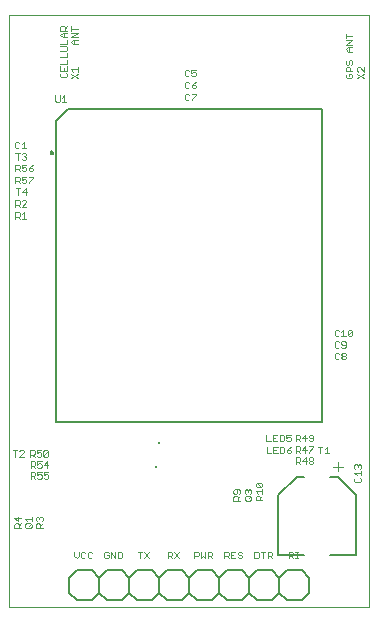
<source format=gto>
G75*
%MOIN*%
%OFA0B0*%
%FSLAX25Y25*%
%IPPOS*%
%LPD*%
%AMOC8*
5,1,8,0,0,1.08239X$1,22.5*
%
%ADD10C,0.00000*%
%ADD11C,0.00200*%
%ADD12C,0.00500*%
%ADD13C,0.00400*%
%ADD14R,0.00787X0.00787*%
%ADD15C,0.00787*%
%ADD16C,0.00600*%
D10*
X0026800Y0048050D02*
X0026800Y0245501D01*
X0146800Y0245501D01*
X0146800Y0048050D01*
X0026800Y0048050D01*
D11*
X0048585Y0065134D02*
X0049319Y0064400D01*
X0050053Y0065134D01*
X0050053Y0066602D01*
X0050795Y0066235D02*
X0050795Y0064767D01*
X0051162Y0064400D01*
X0051896Y0064400D01*
X0052263Y0064767D01*
X0053005Y0064767D02*
X0053372Y0064400D01*
X0054106Y0064400D01*
X0054473Y0064767D01*
X0054473Y0066235D02*
X0054106Y0066602D01*
X0053372Y0066602D01*
X0053005Y0066235D01*
X0053005Y0064767D01*
X0052263Y0066235D02*
X0051896Y0066602D01*
X0051162Y0066602D01*
X0050795Y0066235D01*
X0048585Y0066602D02*
X0048585Y0065134D01*
X0058585Y0064767D02*
X0058952Y0064400D01*
X0059686Y0064400D01*
X0060053Y0064767D01*
X0060053Y0065501D01*
X0059319Y0065501D01*
X0058585Y0066235D02*
X0058952Y0066602D01*
X0059686Y0066602D01*
X0060053Y0066235D01*
X0060795Y0066602D02*
X0062263Y0064400D01*
X0062263Y0066602D01*
X0063005Y0066602D02*
X0064106Y0066602D01*
X0064473Y0066235D01*
X0064473Y0064767D01*
X0064106Y0064400D01*
X0063005Y0064400D01*
X0063005Y0066602D01*
X0060795Y0066602D02*
X0060795Y0064400D01*
X0058585Y0064767D02*
X0058585Y0066235D01*
X0069690Y0066602D02*
X0071158Y0066602D01*
X0070424Y0066602D02*
X0070424Y0064400D01*
X0071900Y0064400D02*
X0073368Y0066602D01*
X0071900Y0066602D02*
X0073368Y0064400D01*
X0079690Y0064400D02*
X0079690Y0066602D01*
X0080791Y0066602D01*
X0081158Y0066235D01*
X0081158Y0065501D01*
X0080791Y0065134D01*
X0079690Y0065134D01*
X0080424Y0065134D02*
X0081158Y0064400D01*
X0081900Y0064400D02*
X0083368Y0066602D01*
X0081900Y0066602D02*
X0083368Y0064400D01*
X0088585Y0064400D02*
X0088585Y0066602D01*
X0089686Y0066602D01*
X0090053Y0066235D01*
X0090053Y0065501D01*
X0089686Y0065134D01*
X0088585Y0065134D01*
X0090795Y0064400D02*
X0091529Y0065134D01*
X0092263Y0064400D01*
X0092263Y0066602D01*
X0093005Y0066602D02*
X0094106Y0066602D01*
X0094473Y0066235D01*
X0094473Y0065501D01*
X0094106Y0065134D01*
X0093005Y0065134D01*
X0093739Y0065134D02*
X0094473Y0064400D01*
X0093005Y0064400D02*
X0093005Y0066602D01*
X0090795Y0066602D02*
X0090795Y0064400D01*
X0098585Y0064400D02*
X0098585Y0066602D01*
X0099686Y0066602D01*
X0100053Y0066235D01*
X0100053Y0065501D01*
X0099686Y0065134D01*
X0098585Y0065134D01*
X0099319Y0065134D02*
X0100053Y0064400D01*
X0100795Y0064400D02*
X0102263Y0064400D01*
X0103005Y0064767D02*
X0103372Y0064400D01*
X0104106Y0064400D01*
X0104473Y0064767D01*
X0104473Y0065134D01*
X0104106Y0065501D01*
X0103372Y0065501D01*
X0103005Y0065868D01*
X0103005Y0066235D01*
X0103372Y0066602D01*
X0104106Y0066602D01*
X0104473Y0066235D01*
X0102263Y0066602D02*
X0100795Y0066602D01*
X0100795Y0064400D01*
X0100795Y0065501D02*
X0101529Y0065501D01*
X0108585Y0066602D02*
X0109686Y0066602D01*
X0110053Y0066235D01*
X0110053Y0064767D01*
X0109686Y0064400D01*
X0108585Y0064400D01*
X0108585Y0066602D01*
X0110795Y0066602D02*
X0112263Y0066602D01*
X0111529Y0066602D02*
X0111529Y0064400D01*
X0113005Y0064400D02*
X0113005Y0066602D01*
X0114106Y0066602D01*
X0114473Y0066235D01*
X0114473Y0065501D01*
X0114106Y0065134D01*
X0113005Y0065134D01*
X0113739Y0065134D02*
X0114473Y0064400D01*
X0120058Y0064400D02*
X0120058Y0066602D01*
X0121159Y0066602D01*
X0121526Y0066235D01*
X0121526Y0065501D01*
X0121159Y0065134D01*
X0120058Y0065134D01*
X0120792Y0065134D02*
X0121526Y0064400D01*
X0122268Y0064400D02*
X0123002Y0064400D01*
X0122635Y0064400D02*
X0122635Y0066602D01*
X0122268Y0066602D02*
X0123002Y0066602D01*
X0111200Y0083700D02*
X0108998Y0083700D01*
X0108998Y0084801D01*
X0109365Y0085168D01*
X0110099Y0085168D01*
X0110466Y0084801D01*
X0110466Y0083700D01*
X0110466Y0084434D02*
X0111200Y0085168D01*
X0111200Y0085910D02*
X0111200Y0087378D01*
X0111200Y0086644D02*
X0108998Y0086644D01*
X0109732Y0085910D01*
X0107600Y0086177D02*
X0107233Y0085810D01*
X0107600Y0086177D02*
X0107600Y0086911D01*
X0107233Y0087278D01*
X0106866Y0087278D01*
X0106499Y0086911D01*
X0106499Y0086544D01*
X0106499Y0086911D02*
X0106132Y0087278D01*
X0105765Y0087278D01*
X0105398Y0086911D01*
X0105398Y0086177D01*
X0105765Y0085810D01*
X0105765Y0085068D02*
X0107233Y0085068D01*
X0107600Y0084701D01*
X0107600Y0083967D01*
X0107233Y0083600D01*
X0105765Y0083600D01*
X0105398Y0083967D01*
X0105398Y0084701D01*
X0105765Y0085068D01*
X0106866Y0084334D02*
X0107600Y0085068D01*
X0109365Y0088120D02*
X0108998Y0088487D01*
X0108998Y0089221D01*
X0109365Y0089588D01*
X0110833Y0088120D01*
X0111200Y0088487D01*
X0111200Y0089221D01*
X0110833Y0089588D01*
X0109365Y0089588D01*
X0109365Y0088120D02*
X0110833Y0088120D01*
X0103800Y0086911D02*
X0103433Y0087278D01*
X0101965Y0087278D01*
X0101598Y0086911D01*
X0101598Y0086177D01*
X0101965Y0085810D01*
X0102332Y0085810D01*
X0102699Y0086177D01*
X0102699Y0087278D01*
X0103800Y0086911D02*
X0103800Y0086177D01*
X0103433Y0085810D01*
X0103800Y0085068D02*
X0103066Y0084334D01*
X0103066Y0084701D02*
X0103066Y0083600D01*
X0103800Y0083600D02*
X0101598Y0083600D01*
X0101598Y0084701D01*
X0101965Y0085068D01*
X0102699Y0085068D01*
X0103066Y0084701D01*
X0112700Y0099400D02*
X0114168Y0099400D01*
X0114910Y0099400D02*
X0114910Y0101602D01*
X0116378Y0101602D01*
X0117120Y0101602D02*
X0118221Y0101602D01*
X0118588Y0101235D01*
X0118588Y0099767D01*
X0118221Y0099400D01*
X0117120Y0099400D01*
X0117120Y0101602D01*
X0117020Y0103300D02*
X0118121Y0103300D01*
X0118488Y0103667D01*
X0118488Y0105135D01*
X0118121Y0105502D01*
X0117020Y0105502D01*
X0117020Y0103300D01*
X0116278Y0103300D02*
X0114810Y0103300D01*
X0114810Y0105502D01*
X0116278Y0105502D01*
X0115544Y0104401D02*
X0114810Y0104401D01*
X0114068Y0103300D02*
X0112600Y0103300D01*
X0112600Y0105502D01*
X0112700Y0101602D02*
X0112700Y0099400D01*
X0114910Y0099400D02*
X0116378Y0099400D01*
X0115644Y0100501D02*
X0114910Y0100501D01*
X0119330Y0100501D02*
X0120431Y0100501D01*
X0120798Y0100134D01*
X0120798Y0099767D01*
X0120431Y0099400D01*
X0119697Y0099400D01*
X0119330Y0099767D01*
X0119330Y0100501D01*
X0120064Y0101235D01*
X0120798Y0101602D01*
X0122300Y0101702D02*
X0123401Y0101702D01*
X0123768Y0101335D01*
X0123768Y0100601D01*
X0123401Y0100234D01*
X0122300Y0100234D01*
X0123034Y0100234D02*
X0123768Y0099500D01*
X0124510Y0100601D02*
X0125978Y0100601D01*
X0126720Y0099867D02*
X0126720Y0099500D01*
X0126720Y0099867D02*
X0128188Y0101335D01*
X0128188Y0101702D01*
X0126720Y0101702D01*
X0125611Y0101702D02*
X0124510Y0100601D01*
X0125611Y0099500D02*
X0125611Y0101702D01*
X0125611Y0103400D02*
X0125611Y0105602D01*
X0124510Y0104501D01*
X0125978Y0104501D01*
X0126720Y0104868D02*
X0126720Y0105235D01*
X0127087Y0105602D01*
X0127821Y0105602D01*
X0128188Y0105235D01*
X0128188Y0103767D01*
X0127821Y0103400D01*
X0127087Y0103400D01*
X0126720Y0103767D01*
X0127087Y0104501D02*
X0128188Y0104501D01*
X0127087Y0104501D02*
X0126720Y0104868D01*
X0123768Y0105235D02*
X0123768Y0104501D01*
X0123401Y0104134D01*
X0122300Y0104134D01*
X0123034Y0104134D02*
X0123768Y0103400D01*
X0122300Y0103400D02*
X0122300Y0105602D01*
X0123401Y0105602D01*
X0123768Y0105235D01*
X0120698Y0105502D02*
X0119230Y0105502D01*
X0119230Y0104401D01*
X0119964Y0104768D01*
X0120331Y0104768D01*
X0120698Y0104401D01*
X0120698Y0103667D01*
X0120331Y0103300D01*
X0119597Y0103300D01*
X0119230Y0103667D01*
X0122300Y0101702D02*
X0122300Y0099500D01*
X0122400Y0098002D02*
X0123501Y0098002D01*
X0123868Y0097635D01*
X0123868Y0096901D01*
X0123501Y0096534D01*
X0122400Y0096534D01*
X0123134Y0096534D02*
X0123868Y0095800D01*
X0124610Y0096901D02*
X0126078Y0096901D01*
X0126820Y0097268D02*
X0126820Y0097635D01*
X0127187Y0098002D01*
X0127921Y0098002D01*
X0128288Y0097635D01*
X0128288Y0097268D01*
X0127921Y0096901D01*
X0127187Y0096901D01*
X0126820Y0097268D01*
X0127187Y0096901D02*
X0126820Y0096534D01*
X0126820Y0096167D01*
X0127187Y0095800D01*
X0127921Y0095800D01*
X0128288Y0096167D01*
X0128288Y0096534D01*
X0127921Y0096901D01*
X0125711Y0098002D02*
X0124610Y0096901D01*
X0125711Y0095800D02*
X0125711Y0098002D01*
X0122400Y0098002D02*
X0122400Y0095800D01*
X0130534Y0099400D02*
X0130534Y0101602D01*
X0129800Y0101602D02*
X0131268Y0101602D01*
X0132010Y0100868D02*
X0132744Y0101602D01*
X0132744Y0099400D01*
X0132010Y0099400D02*
X0133478Y0099400D01*
X0141919Y0095272D02*
X0141919Y0094538D01*
X0142286Y0094171D01*
X0143020Y0094905D02*
X0143020Y0095272D01*
X0143387Y0095639D01*
X0143754Y0095639D01*
X0144121Y0095272D01*
X0144121Y0094538D01*
X0143754Y0094171D01*
X0144121Y0093429D02*
X0144121Y0091961D01*
X0144121Y0092695D02*
X0141919Y0092695D01*
X0142653Y0091961D01*
X0142286Y0091219D02*
X0141919Y0090853D01*
X0141919Y0090119D01*
X0142286Y0089752D01*
X0143754Y0089752D01*
X0144121Y0090119D01*
X0144121Y0090853D01*
X0143754Y0091219D01*
X0143020Y0095272D02*
X0142653Y0095639D01*
X0142286Y0095639D01*
X0141919Y0095272D01*
X0138711Y0130700D02*
X0137977Y0130700D01*
X0137610Y0131067D01*
X0137610Y0131434D01*
X0137977Y0131801D01*
X0138711Y0131801D01*
X0139078Y0131434D01*
X0139078Y0131067D01*
X0138711Y0130700D01*
X0138711Y0131801D02*
X0139078Y0132168D01*
X0139078Y0132535D01*
X0138711Y0132902D01*
X0137977Y0132902D01*
X0137610Y0132535D01*
X0137610Y0132168D01*
X0137977Y0131801D01*
X0136868Y0132535D02*
X0136501Y0132902D01*
X0135767Y0132902D01*
X0135400Y0132535D01*
X0135400Y0131067D01*
X0135767Y0130700D01*
X0136501Y0130700D01*
X0136868Y0131067D01*
X0136401Y0134500D02*
X0135667Y0134500D01*
X0135300Y0134867D01*
X0135300Y0136335D01*
X0135667Y0136702D01*
X0136401Y0136702D01*
X0136768Y0136335D01*
X0137510Y0136335D02*
X0137510Y0135968D01*
X0137877Y0135601D01*
X0138978Y0135601D01*
X0138978Y0136335D02*
X0138611Y0136702D01*
X0137877Y0136702D01*
X0137510Y0136335D01*
X0138978Y0136335D02*
X0138978Y0134867D01*
X0138611Y0134500D01*
X0137877Y0134500D01*
X0137510Y0134867D01*
X0136768Y0134867D02*
X0136401Y0134500D01*
X0136401Y0138400D02*
X0135667Y0138400D01*
X0135300Y0138767D01*
X0135300Y0140235D01*
X0135667Y0140602D01*
X0136401Y0140602D01*
X0136768Y0140235D01*
X0137510Y0139868D02*
X0138244Y0140602D01*
X0138244Y0138400D01*
X0137510Y0138400D02*
X0138978Y0138400D01*
X0139720Y0138767D02*
X0141188Y0140235D01*
X0141188Y0138767D01*
X0140821Y0138400D01*
X0140087Y0138400D01*
X0139720Y0138767D01*
X0139720Y0140235D01*
X0140087Y0140602D01*
X0140821Y0140602D01*
X0141188Y0140235D01*
X0136768Y0138767D02*
X0136401Y0138400D01*
X0087690Y0217000D02*
X0087690Y0217367D01*
X0089158Y0218835D01*
X0089158Y0219202D01*
X0087690Y0219202D01*
X0086948Y0218835D02*
X0086581Y0219202D01*
X0085847Y0219202D01*
X0085480Y0218835D01*
X0085480Y0217367D01*
X0085847Y0217000D01*
X0086581Y0217000D01*
X0086948Y0217367D01*
X0086581Y0221000D02*
X0085847Y0221000D01*
X0085480Y0221367D01*
X0085480Y0222835D01*
X0085847Y0223202D01*
X0086581Y0223202D01*
X0086948Y0222835D01*
X0087690Y0222101D02*
X0088791Y0222101D01*
X0089158Y0221734D01*
X0089158Y0221367D01*
X0088791Y0221000D01*
X0088057Y0221000D01*
X0087690Y0221367D01*
X0087690Y0222101D01*
X0088424Y0222835D01*
X0089158Y0223202D01*
X0088691Y0225000D02*
X0087957Y0225000D01*
X0087590Y0225367D01*
X0087590Y0226101D02*
X0088324Y0226468D01*
X0088691Y0226468D01*
X0089058Y0226101D01*
X0089058Y0225367D01*
X0088691Y0225000D01*
X0087590Y0226101D02*
X0087590Y0227202D01*
X0089058Y0227202D01*
X0086848Y0226835D02*
X0086481Y0227202D01*
X0085747Y0227202D01*
X0085380Y0226835D01*
X0085380Y0225367D01*
X0085747Y0225000D01*
X0086481Y0225000D01*
X0086848Y0225367D01*
X0086948Y0221367D02*
X0086581Y0221000D01*
X0049700Y0224400D02*
X0047498Y0225868D01*
X0048232Y0226610D02*
X0047498Y0227344D01*
X0049700Y0227344D01*
X0049700Y0226610D02*
X0049700Y0228078D01*
X0049700Y0225868D02*
X0047498Y0224400D01*
X0046100Y0225088D02*
X0046100Y0225822D01*
X0045733Y0226189D01*
X0046100Y0226931D02*
X0046100Y0228399D01*
X0046100Y0229141D02*
X0046100Y0230609D01*
X0046100Y0231351D02*
X0046100Y0232818D01*
X0045733Y0233560D02*
X0046100Y0233927D01*
X0046100Y0234661D01*
X0045733Y0235028D01*
X0043898Y0235028D01*
X0043898Y0235770D02*
X0046100Y0235770D01*
X0046100Y0237238D01*
X0046100Y0237980D02*
X0044632Y0237980D01*
X0043898Y0238714D01*
X0044632Y0239448D01*
X0046100Y0239448D01*
X0046100Y0240190D02*
X0043898Y0240190D01*
X0043898Y0241291D01*
X0044265Y0241658D01*
X0044999Y0241658D01*
X0045366Y0241291D01*
X0045366Y0240190D01*
X0045366Y0240924D02*
X0046100Y0241658D01*
X0047498Y0241658D02*
X0047498Y0240190D01*
X0047498Y0240924D02*
X0049700Y0240924D01*
X0049700Y0239448D02*
X0047498Y0239448D01*
X0047498Y0237980D02*
X0049700Y0239448D01*
X0049700Y0237980D02*
X0047498Y0237980D01*
X0048232Y0237238D02*
X0049700Y0237238D01*
X0048599Y0237238D02*
X0048599Y0235770D01*
X0048232Y0235770D02*
X0047498Y0236504D01*
X0048232Y0237238D01*
X0048232Y0235770D02*
X0049700Y0235770D01*
X0045733Y0233560D02*
X0043898Y0233560D01*
X0043898Y0231351D02*
X0046100Y0231351D01*
X0046100Y0229141D02*
X0043898Y0229141D01*
X0043898Y0228399D02*
X0043898Y0226931D01*
X0046100Y0226931D01*
X0044999Y0226931D02*
X0044999Y0227665D01*
X0044265Y0226189D02*
X0043898Y0225822D01*
X0043898Y0225088D01*
X0044265Y0224721D01*
X0045733Y0224721D01*
X0046100Y0225088D01*
X0045209Y0218656D02*
X0045209Y0216454D01*
X0044475Y0216454D02*
X0045943Y0216454D01*
X0044475Y0217922D02*
X0045209Y0218656D01*
X0043733Y0218656D02*
X0043733Y0216821D01*
X0043366Y0216454D01*
X0042632Y0216454D01*
X0042265Y0216821D01*
X0042265Y0218656D01*
X0031744Y0203202D02*
X0031744Y0201000D01*
X0031010Y0201000D02*
X0032478Y0201000D01*
X0032211Y0199402D02*
X0032578Y0199035D01*
X0032578Y0198668D01*
X0032211Y0198301D01*
X0032578Y0197934D01*
X0032578Y0197567D01*
X0032211Y0197200D01*
X0031477Y0197200D01*
X0031110Y0197567D01*
X0031844Y0198301D02*
X0032211Y0198301D01*
X0032211Y0199402D02*
X0031477Y0199402D01*
X0031110Y0199035D01*
X0030368Y0199402D02*
X0028900Y0199402D01*
X0029634Y0199402D02*
X0029634Y0197200D01*
X0030001Y0195502D02*
X0030368Y0195135D01*
X0030368Y0194401D01*
X0030001Y0194034D01*
X0028900Y0194034D01*
X0029634Y0194034D02*
X0030368Y0193300D01*
X0031110Y0193667D02*
X0031477Y0193300D01*
X0032211Y0193300D01*
X0032578Y0193667D01*
X0032578Y0194401D01*
X0032211Y0194768D01*
X0031844Y0194768D01*
X0031110Y0194401D01*
X0031110Y0195502D01*
X0032578Y0195502D01*
X0033320Y0194401D02*
X0034421Y0194401D01*
X0034788Y0194034D01*
X0034788Y0193667D01*
X0034421Y0193300D01*
X0033687Y0193300D01*
X0033320Y0193667D01*
X0033320Y0194401D01*
X0034054Y0195135D01*
X0034788Y0195502D01*
X0034788Y0191602D02*
X0033320Y0191602D01*
X0032578Y0191602D02*
X0031110Y0191602D01*
X0031110Y0190501D01*
X0031844Y0190868D01*
X0032211Y0190868D01*
X0032578Y0190501D01*
X0032578Y0189767D01*
X0032211Y0189400D01*
X0031477Y0189400D01*
X0031110Y0189767D01*
X0030368Y0189400D02*
X0029634Y0190134D01*
X0030001Y0190134D02*
X0028900Y0190134D01*
X0028900Y0189400D02*
X0028900Y0191602D01*
X0030001Y0191602D01*
X0030368Y0191235D01*
X0030368Y0190501D01*
X0030001Y0190134D01*
X0029734Y0187702D02*
X0029734Y0185500D01*
X0030001Y0183702D02*
X0030368Y0183335D01*
X0030368Y0182601D01*
X0030001Y0182234D01*
X0028900Y0182234D01*
X0029634Y0182234D02*
X0030368Y0181500D01*
X0031110Y0181500D02*
X0032578Y0182968D01*
X0032578Y0183335D01*
X0032211Y0183702D01*
X0031477Y0183702D01*
X0031110Y0183335D01*
X0030001Y0183702D02*
X0028900Y0183702D01*
X0028900Y0181500D01*
X0028900Y0179702D02*
X0030001Y0179702D01*
X0030368Y0179335D01*
X0030368Y0178601D01*
X0030001Y0178234D01*
X0028900Y0178234D01*
X0029634Y0178234D02*
X0030368Y0177500D01*
X0031110Y0177500D02*
X0032578Y0177500D01*
X0031844Y0177500D02*
X0031844Y0179702D01*
X0031110Y0178968D01*
X0028900Y0179702D02*
X0028900Y0177500D01*
X0031110Y0181500D02*
X0032578Y0181500D01*
X0032311Y0185500D02*
X0032311Y0187702D01*
X0031210Y0186601D01*
X0032678Y0186601D01*
X0030468Y0187702D02*
X0029000Y0187702D01*
X0033320Y0189400D02*
X0033320Y0189767D01*
X0034788Y0191235D01*
X0034788Y0191602D01*
X0028900Y0193300D02*
X0028900Y0195502D01*
X0030001Y0195502D01*
X0029901Y0201000D02*
X0030268Y0201367D01*
X0029901Y0201000D02*
X0029167Y0201000D01*
X0028800Y0201367D01*
X0028800Y0202835D01*
X0029167Y0203202D01*
X0029901Y0203202D01*
X0030268Y0202835D01*
X0031010Y0202468D02*
X0031744Y0203202D01*
X0044999Y0237980D02*
X0044999Y0239448D01*
X0138998Y0239158D02*
X0138998Y0237690D01*
X0138998Y0238424D02*
X0141200Y0238424D01*
X0141200Y0236948D02*
X0138998Y0236948D01*
X0138998Y0235480D02*
X0141200Y0236948D01*
X0141200Y0235480D02*
X0138998Y0235480D01*
X0139732Y0234738D02*
X0141200Y0234738D01*
X0140099Y0234738D02*
X0140099Y0233270D01*
X0139732Y0233270D02*
X0138998Y0234004D01*
X0139732Y0234738D01*
X0139732Y0233270D02*
X0141200Y0233270D01*
X0140833Y0230318D02*
X0141200Y0229951D01*
X0141200Y0229218D01*
X0140833Y0228851D01*
X0140099Y0229218D02*
X0140099Y0229951D01*
X0140466Y0230318D01*
X0140833Y0230318D01*
X0140099Y0229218D02*
X0139732Y0228851D01*
X0139365Y0228851D01*
X0138998Y0229218D01*
X0138998Y0229951D01*
X0139365Y0230318D01*
X0139365Y0228109D02*
X0140099Y0228109D01*
X0140466Y0227742D01*
X0140466Y0226641D01*
X0141200Y0226641D02*
X0138998Y0226641D01*
X0138998Y0227742D01*
X0139365Y0228109D01*
X0139365Y0225899D02*
X0138998Y0225532D01*
X0138998Y0224798D01*
X0139365Y0224431D01*
X0140833Y0224431D01*
X0141200Y0224798D01*
X0141200Y0225532D01*
X0140833Y0225899D01*
X0140099Y0225899D01*
X0140099Y0225165D01*
X0142898Y0225868D02*
X0145100Y0224400D01*
X0145100Y0225868D02*
X0142898Y0224400D01*
X0143265Y0226610D02*
X0142898Y0226977D01*
X0142898Y0227711D01*
X0143265Y0228078D01*
X0143632Y0228078D01*
X0145100Y0226610D01*
X0145100Y0228078D01*
X0039391Y0100402D02*
X0039758Y0100035D01*
X0038290Y0098567D01*
X0038657Y0098200D01*
X0039391Y0098200D01*
X0039758Y0098567D01*
X0039758Y0100035D01*
X0039391Y0100402D02*
X0038657Y0100402D01*
X0038290Y0100035D01*
X0038290Y0098567D01*
X0037548Y0098567D02*
X0037181Y0098200D01*
X0036447Y0098200D01*
X0036080Y0098567D01*
X0036080Y0099301D02*
X0036814Y0099668D01*
X0037181Y0099668D01*
X0037548Y0099301D01*
X0037548Y0098567D01*
X0036080Y0099301D02*
X0036080Y0100402D01*
X0037548Y0100402D01*
X0035338Y0100035D02*
X0035338Y0099301D01*
X0034971Y0098934D01*
X0033870Y0098934D01*
X0033870Y0098200D02*
X0033870Y0100402D01*
X0034971Y0100402D01*
X0035338Y0100035D01*
X0034604Y0098934D02*
X0035338Y0098200D01*
X0035071Y0096702D02*
X0035438Y0096335D01*
X0035438Y0095601D01*
X0035071Y0095234D01*
X0033970Y0095234D01*
X0033970Y0094500D02*
X0033970Y0096702D01*
X0035071Y0096702D01*
X0036180Y0096702D02*
X0036180Y0095601D01*
X0036914Y0095968D01*
X0037281Y0095968D01*
X0037648Y0095601D01*
X0037648Y0094867D01*
X0037281Y0094500D01*
X0036547Y0094500D01*
X0036180Y0094867D01*
X0035438Y0094500D02*
X0034704Y0095234D01*
X0036180Y0096702D02*
X0037648Y0096702D01*
X0038390Y0095601D02*
X0039858Y0095601D01*
X0039491Y0096702D02*
X0038390Y0095601D01*
X0039491Y0094500D02*
X0039491Y0096702D01*
X0039858Y0093102D02*
X0038390Y0093102D01*
X0038390Y0092001D01*
X0039124Y0092368D01*
X0039491Y0092368D01*
X0039858Y0092001D01*
X0039858Y0091267D01*
X0039491Y0090900D01*
X0038757Y0090900D01*
X0038390Y0091267D01*
X0037648Y0091267D02*
X0037281Y0090900D01*
X0036547Y0090900D01*
X0036180Y0091267D01*
X0036180Y0092001D02*
X0036914Y0092368D01*
X0037281Y0092368D01*
X0037648Y0092001D01*
X0037648Y0091267D01*
X0036180Y0092001D02*
X0036180Y0093102D01*
X0037648Y0093102D01*
X0035438Y0092735D02*
X0035438Y0092001D01*
X0035071Y0091634D01*
X0033970Y0091634D01*
X0033970Y0090900D02*
X0033970Y0093102D01*
X0035071Y0093102D01*
X0035438Y0092735D01*
X0034704Y0091634D02*
X0035438Y0090900D01*
X0031758Y0098200D02*
X0030290Y0098200D01*
X0031758Y0099668D01*
X0031758Y0100035D01*
X0031391Y0100402D01*
X0030657Y0100402D01*
X0030290Y0100035D01*
X0029548Y0100402D02*
X0028080Y0100402D01*
X0028814Y0100402D02*
X0028814Y0098200D01*
X0029699Y0078178D02*
X0029699Y0076710D01*
X0028598Y0077811D01*
X0030800Y0077811D01*
X0032098Y0077444D02*
X0034300Y0077444D01*
X0034300Y0076710D02*
X0034300Y0078178D01*
X0035798Y0077811D02*
X0036165Y0078178D01*
X0036532Y0078178D01*
X0036899Y0077811D01*
X0037266Y0078178D01*
X0037633Y0078178D01*
X0038000Y0077811D01*
X0038000Y0077077D01*
X0037633Y0076710D01*
X0038000Y0075968D02*
X0037266Y0075234D01*
X0037266Y0075601D02*
X0037266Y0074500D01*
X0038000Y0074500D02*
X0035798Y0074500D01*
X0035798Y0075601D01*
X0036165Y0075968D01*
X0036899Y0075968D01*
X0037266Y0075601D01*
X0036165Y0076710D02*
X0035798Y0077077D01*
X0035798Y0077811D01*
X0036899Y0077811D02*
X0036899Y0077444D01*
X0034300Y0075968D02*
X0033566Y0075234D01*
X0033933Y0075968D02*
X0034300Y0075601D01*
X0034300Y0074867D01*
X0033933Y0074500D01*
X0032465Y0074500D01*
X0032098Y0074867D01*
X0032098Y0075601D01*
X0032465Y0075968D01*
X0033933Y0075968D01*
X0032832Y0076710D02*
X0032098Y0077444D01*
X0030800Y0075968D02*
X0030066Y0075234D01*
X0030066Y0075601D02*
X0030066Y0074500D01*
X0030800Y0074500D02*
X0028598Y0074500D01*
X0028598Y0075601D01*
X0028965Y0075968D01*
X0029699Y0075968D01*
X0030066Y0075601D01*
D12*
X0042509Y0109635D02*
X0042509Y0210028D01*
X0046446Y0213965D01*
X0131091Y0213965D01*
X0131091Y0109635D01*
X0042509Y0109635D01*
X0116558Y0085440D02*
X0116558Y0065558D01*
X0125219Y0065558D01*
X0133881Y0065558D02*
X0142542Y0065558D01*
X0142542Y0085440D01*
X0136440Y0091542D01*
X0133881Y0091542D01*
X0125219Y0091542D02*
X0122660Y0091542D01*
X0116558Y0085440D01*
D13*
X0134962Y0094852D02*
X0138032Y0094852D01*
X0136497Y0093317D02*
X0136497Y0096386D01*
D14*
X0076694Y0102800D03*
X0075906Y0094800D03*
D15*
X0040693Y0199595D02*
X0040695Y0199634D01*
X0040701Y0199673D01*
X0040711Y0199711D01*
X0040724Y0199748D01*
X0040741Y0199783D01*
X0040761Y0199817D01*
X0040785Y0199848D01*
X0040812Y0199877D01*
X0040841Y0199903D01*
X0040873Y0199926D01*
X0040907Y0199946D01*
X0040943Y0199962D01*
X0040980Y0199974D01*
X0041019Y0199983D01*
X0041058Y0199988D01*
X0041097Y0199989D01*
X0041136Y0199986D01*
X0041175Y0199979D01*
X0041212Y0199968D01*
X0041249Y0199954D01*
X0041284Y0199936D01*
X0041317Y0199915D01*
X0041348Y0199890D01*
X0041376Y0199863D01*
X0041401Y0199833D01*
X0041423Y0199800D01*
X0041442Y0199766D01*
X0041457Y0199730D01*
X0041469Y0199692D01*
X0041477Y0199654D01*
X0041481Y0199615D01*
X0041481Y0199575D01*
X0041477Y0199536D01*
X0041469Y0199498D01*
X0041457Y0199460D01*
X0041442Y0199424D01*
X0041423Y0199390D01*
X0041401Y0199357D01*
X0041376Y0199327D01*
X0041348Y0199300D01*
X0041317Y0199275D01*
X0041284Y0199254D01*
X0041249Y0199236D01*
X0041212Y0199222D01*
X0041175Y0199211D01*
X0041136Y0199204D01*
X0041097Y0199201D01*
X0041058Y0199202D01*
X0041019Y0199207D01*
X0040980Y0199216D01*
X0040943Y0199228D01*
X0040907Y0199244D01*
X0040873Y0199264D01*
X0040841Y0199287D01*
X0040812Y0199313D01*
X0040785Y0199342D01*
X0040761Y0199373D01*
X0040741Y0199407D01*
X0040724Y0199442D01*
X0040711Y0199479D01*
X0040701Y0199517D01*
X0040695Y0199556D01*
X0040693Y0199595D01*
D16*
X0049300Y0060300D02*
X0046800Y0057800D01*
X0046800Y0052800D01*
X0049300Y0050300D01*
X0054300Y0050300D01*
X0056800Y0052800D01*
X0059300Y0050300D01*
X0064300Y0050300D01*
X0066800Y0052800D01*
X0066800Y0057800D01*
X0064300Y0060300D01*
X0059300Y0060300D01*
X0056800Y0057800D01*
X0056800Y0052800D01*
X0056800Y0057800D02*
X0054300Y0060300D01*
X0049300Y0060300D01*
X0066800Y0057800D02*
X0069300Y0060300D01*
X0074300Y0060300D01*
X0076800Y0057800D01*
X0079300Y0060300D01*
X0084300Y0060300D01*
X0086800Y0057800D01*
X0089300Y0060300D01*
X0094300Y0060300D01*
X0096800Y0057800D01*
X0096800Y0052800D01*
X0094300Y0050300D01*
X0089300Y0050300D01*
X0086800Y0052800D01*
X0084300Y0050300D01*
X0079300Y0050300D01*
X0076800Y0052800D01*
X0074300Y0050300D01*
X0069300Y0050300D01*
X0066800Y0052800D01*
X0076800Y0052800D02*
X0076800Y0057800D01*
X0086800Y0057800D02*
X0086800Y0052800D01*
X0096800Y0052800D02*
X0099300Y0050300D01*
X0104300Y0050300D01*
X0106800Y0052800D01*
X0109300Y0050300D01*
X0114300Y0050300D01*
X0116800Y0052800D01*
X0119300Y0050300D01*
X0124300Y0050300D01*
X0126800Y0052800D01*
X0126800Y0057800D01*
X0124300Y0060300D01*
X0119300Y0060300D01*
X0116800Y0057800D01*
X0116800Y0052800D01*
X0116800Y0057800D02*
X0114300Y0060300D01*
X0109300Y0060300D01*
X0106800Y0057800D01*
X0106800Y0052800D01*
X0106800Y0057800D02*
X0104300Y0060300D01*
X0099300Y0060300D01*
X0096800Y0057800D01*
M02*

</source>
